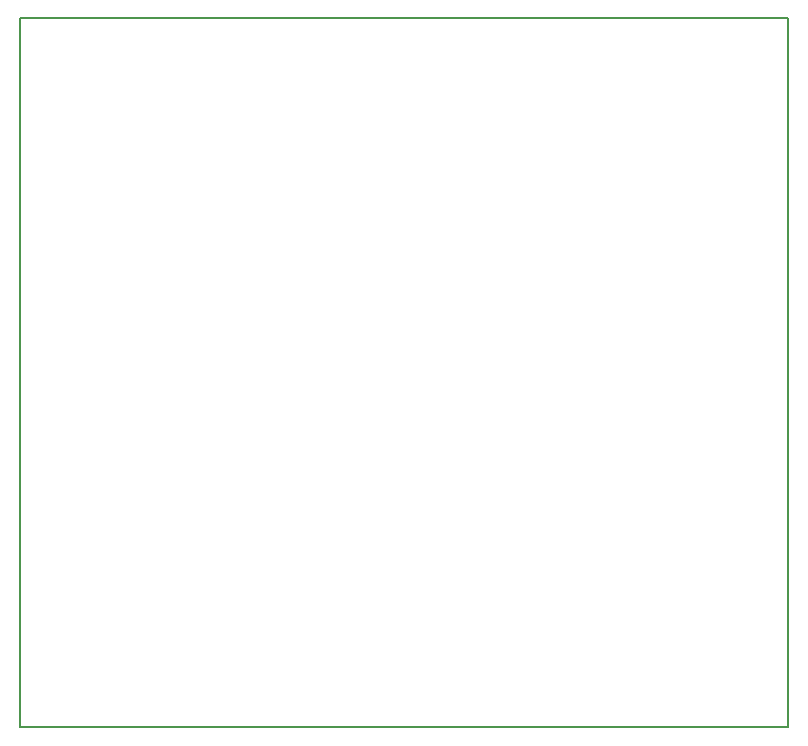
<source format=gm1>
G04 #@! TF.GenerationSoftware,KiCad,Pcbnew,8.0.5*
G04 #@! TF.CreationDate,2024-11-21T15:42:30-05:00*
G04 #@! TF.ProjectId,Power_Daughterboard,506f7765-725f-4446-9175-676874657262,rev?*
G04 #@! TF.SameCoordinates,Original*
G04 #@! TF.FileFunction,Profile,NP*
%FSLAX46Y46*%
G04 Gerber Fmt 4.6, Leading zero omitted, Abs format (unit mm)*
G04 Created by KiCad (PCBNEW 8.0.5) date 2024-11-21 15:42:30*
%MOMM*%
%LPD*%
G01*
G04 APERTURE LIST*
G04 #@! TA.AperFunction,Profile*
%ADD10C,0.200000*%
G04 #@! TD*
G04 APERTURE END LIST*
D10*
X104500000Y-69500000D02*
X169500000Y-69500000D01*
X169500000Y-129500000D01*
X104500000Y-129500000D01*
X104500000Y-69500000D01*
M02*

</source>
